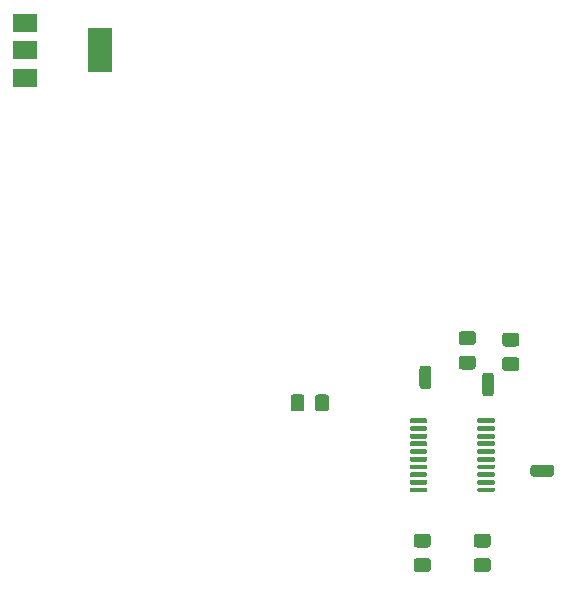
<source format=gbr>
%TF.GenerationSoftware,KiCad,Pcbnew,5.1.8-5.1.8*%
%TF.CreationDate,2021-07-28T16:27:41+08:00*%
%TF.ProjectId,fluxgate,666c7578-6761-4746-952e-6b696361645f,rev?*%
%TF.SameCoordinates,Original*%
%TF.FileFunction,Paste,Bot*%
%TF.FilePolarity,Positive*%
%FSLAX46Y46*%
G04 Gerber Fmt 4.6, Leading zero omitted, Abs format (unit mm)*
G04 Created by KiCad (PCBNEW 5.1.8-5.1.8) date 2021-07-28 16:27:41*
%MOMM*%
%LPD*%
G01*
G04 APERTURE LIST*
%ADD10R,2.000000X1.500000*%
%ADD11R,2.000000X3.800000*%
G04 APERTURE END LIST*
%TO.C,J12*%
G36*
G01*
X132700000Y-94450000D02*
X132700000Y-92950000D01*
G75*
G02*
X132950000Y-92700000I250000J0D01*
G01*
X133450000Y-92700000D01*
G75*
G02*
X133700000Y-92950000I0J-250000D01*
G01*
X133700000Y-94450000D01*
G75*
G02*
X133450000Y-94700000I-250000J0D01*
G01*
X132950000Y-94700000D01*
G75*
G02*
X132700000Y-94450000I0J250000D01*
G01*
G37*
%TD*%
%TO.C,J10*%
G36*
G01*
X138550000Y-101500000D02*
X137050000Y-101500000D01*
G75*
G02*
X136800000Y-101250000I0J250000D01*
G01*
X136800000Y-100750000D01*
G75*
G02*
X137050000Y-100500000I250000J0D01*
G01*
X138550000Y-100500000D01*
G75*
G02*
X138800000Y-100750000I0J-250000D01*
G01*
X138800000Y-101250000D01*
G75*
G02*
X138550000Y-101500000I-250000J0D01*
G01*
G37*
%TD*%
%TO.C,J9*%
G36*
G01*
X127400000Y-93850000D02*
X127400000Y-92350000D01*
G75*
G02*
X127650000Y-92100000I250000J0D01*
G01*
X128150000Y-92100000D01*
G75*
G02*
X128400000Y-92350000I0J-250000D01*
G01*
X128400000Y-93850000D01*
G75*
G02*
X128150000Y-94100000I-250000J0D01*
G01*
X127650000Y-94100000D01*
G75*
G02*
X127400000Y-93850000I0J250000D01*
G01*
G37*
%TD*%
D10*
%TO.C,U6*%
X94030000Y-67705000D03*
X94030000Y-63105000D03*
X94030000Y-65405000D03*
D11*
X100330000Y-65405000D03*
%TD*%
%TO.C,U5*%
G36*
G01*
X132300000Y-102720000D02*
X132300000Y-102520000D01*
G75*
G02*
X132400000Y-102420000I100000J0D01*
G01*
X133675000Y-102420000D01*
G75*
G02*
X133775000Y-102520000I0J-100000D01*
G01*
X133775000Y-102720000D01*
G75*
G02*
X133675000Y-102820000I-100000J0D01*
G01*
X132400000Y-102820000D01*
G75*
G02*
X132300000Y-102720000I0J100000D01*
G01*
G37*
G36*
G01*
X132300000Y-102070000D02*
X132300000Y-101870000D01*
G75*
G02*
X132400000Y-101770000I100000J0D01*
G01*
X133675000Y-101770000D01*
G75*
G02*
X133775000Y-101870000I0J-100000D01*
G01*
X133775000Y-102070000D01*
G75*
G02*
X133675000Y-102170000I-100000J0D01*
G01*
X132400000Y-102170000D01*
G75*
G02*
X132300000Y-102070000I0J100000D01*
G01*
G37*
G36*
G01*
X132300000Y-101420000D02*
X132300000Y-101220000D01*
G75*
G02*
X132400000Y-101120000I100000J0D01*
G01*
X133675000Y-101120000D01*
G75*
G02*
X133775000Y-101220000I0J-100000D01*
G01*
X133775000Y-101420000D01*
G75*
G02*
X133675000Y-101520000I-100000J0D01*
G01*
X132400000Y-101520000D01*
G75*
G02*
X132300000Y-101420000I0J100000D01*
G01*
G37*
G36*
G01*
X132300000Y-100770000D02*
X132300000Y-100570000D01*
G75*
G02*
X132400000Y-100470000I100000J0D01*
G01*
X133675000Y-100470000D01*
G75*
G02*
X133775000Y-100570000I0J-100000D01*
G01*
X133775000Y-100770000D01*
G75*
G02*
X133675000Y-100870000I-100000J0D01*
G01*
X132400000Y-100870000D01*
G75*
G02*
X132300000Y-100770000I0J100000D01*
G01*
G37*
G36*
G01*
X132300000Y-100120000D02*
X132300000Y-99920000D01*
G75*
G02*
X132400000Y-99820000I100000J0D01*
G01*
X133675000Y-99820000D01*
G75*
G02*
X133775000Y-99920000I0J-100000D01*
G01*
X133775000Y-100120000D01*
G75*
G02*
X133675000Y-100220000I-100000J0D01*
G01*
X132400000Y-100220000D01*
G75*
G02*
X132300000Y-100120000I0J100000D01*
G01*
G37*
G36*
G01*
X132300000Y-99470000D02*
X132300000Y-99270000D01*
G75*
G02*
X132400000Y-99170000I100000J0D01*
G01*
X133675000Y-99170000D01*
G75*
G02*
X133775000Y-99270000I0J-100000D01*
G01*
X133775000Y-99470000D01*
G75*
G02*
X133675000Y-99570000I-100000J0D01*
G01*
X132400000Y-99570000D01*
G75*
G02*
X132300000Y-99470000I0J100000D01*
G01*
G37*
G36*
G01*
X132300000Y-98820000D02*
X132300000Y-98620000D01*
G75*
G02*
X132400000Y-98520000I100000J0D01*
G01*
X133675000Y-98520000D01*
G75*
G02*
X133775000Y-98620000I0J-100000D01*
G01*
X133775000Y-98820000D01*
G75*
G02*
X133675000Y-98920000I-100000J0D01*
G01*
X132400000Y-98920000D01*
G75*
G02*
X132300000Y-98820000I0J100000D01*
G01*
G37*
G36*
G01*
X132300000Y-98170000D02*
X132300000Y-97970000D01*
G75*
G02*
X132400000Y-97870000I100000J0D01*
G01*
X133675000Y-97870000D01*
G75*
G02*
X133775000Y-97970000I0J-100000D01*
G01*
X133775000Y-98170000D01*
G75*
G02*
X133675000Y-98270000I-100000J0D01*
G01*
X132400000Y-98270000D01*
G75*
G02*
X132300000Y-98170000I0J100000D01*
G01*
G37*
G36*
G01*
X132300000Y-97520000D02*
X132300000Y-97320000D01*
G75*
G02*
X132400000Y-97220000I100000J0D01*
G01*
X133675000Y-97220000D01*
G75*
G02*
X133775000Y-97320000I0J-100000D01*
G01*
X133775000Y-97520000D01*
G75*
G02*
X133675000Y-97620000I-100000J0D01*
G01*
X132400000Y-97620000D01*
G75*
G02*
X132300000Y-97520000I0J100000D01*
G01*
G37*
G36*
G01*
X132300000Y-96870000D02*
X132300000Y-96670000D01*
G75*
G02*
X132400000Y-96570000I100000J0D01*
G01*
X133675000Y-96570000D01*
G75*
G02*
X133775000Y-96670000I0J-100000D01*
G01*
X133775000Y-96870000D01*
G75*
G02*
X133675000Y-96970000I-100000J0D01*
G01*
X132400000Y-96970000D01*
G75*
G02*
X132300000Y-96870000I0J100000D01*
G01*
G37*
G36*
G01*
X126575000Y-96870000D02*
X126575000Y-96670000D01*
G75*
G02*
X126675000Y-96570000I100000J0D01*
G01*
X127950000Y-96570000D01*
G75*
G02*
X128050000Y-96670000I0J-100000D01*
G01*
X128050000Y-96870000D01*
G75*
G02*
X127950000Y-96970000I-100000J0D01*
G01*
X126675000Y-96970000D01*
G75*
G02*
X126575000Y-96870000I0J100000D01*
G01*
G37*
G36*
G01*
X126575000Y-97520000D02*
X126575000Y-97320000D01*
G75*
G02*
X126675000Y-97220000I100000J0D01*
G01*
X127950000Y-97220000D01*
G75*
G02*
X128050000Y-97320000I0J-100000D01*
G01*
X128050000Y-97520000D01*
G75*
G02*
X127950000Y-97620000I-100000J0D01*
G01*
X126675000Y-97620000D01*
G75*
G02*
X126575000Y-97520000I0J100000D01*
G01*
G37*
G36*
G01*
X126575000Y-98170000D02*
X126575000Y-97970000D01*
G75*
G02*
X126675000Y-97870000I100000J0D01*
G01*
X127950000Y-97870000D01*
G75*
G02*
X128050000Y-97970000I0J-100000D01*
G01*
X128050000Y-98170000D01*
G75*
G02*
X127950000Y-98270000I-100000J0D01*
G01*
X126675000Y-98270000D01*
G75*
G02*
X126575000Y-98170000I0J100000D01*
G01*
G37*
G36*
G01*
X126575000Y-98820000D02*
X126575000Y-98620000D01*
G75*
G02*
X126675000Y-98520000I100000J0D01*
G01*
X127950000Y-98520000D01*
G75*
G02*
X128050000Y-98620000I0J-100000D01*
G01*
X128050000Y-98820000D01*
G75*
G02*
X127950000Y-98920000I-100000J0D01*
G01*
X126675000Y-98920000D01*
G75*
G02*
X126575000Y-98820000I0J100000D01*
G01*
G37*
G36*
G01*
X126575000Y-99470000D02*
X126575000Y-99270000D01*
G75*
G02*
X126675000Y-99170000I100000J0D01*
G01*
X127950000Y-99170000D01*
G75*
G02*
X128050000Y-99270000I0J-100000D01*
G01*
X128050000Y-99470000D01*
G75*
G02*
X127950000Y-99570000I-100000J0D01*
G01*
X126675000Y-99570000D01*
G75*
G02*
X126575000Y-99470000I0J100000D01*
G01*
G37*
G36*
G01*
X126575000Y-100120000D02*
X126575000Y-99920000D01*
G75*
G02*
X126675000Y-99820000I100000J0D01*
G01*
X127950000Y-99820000D01*
G75*
G02*
X128050000Y-99920000I0J-100000D01*
G01*
X128050000Y-100120000D01*
G75*
G02*
X127950000Y-100220000I-100000J0D01*
G01*
X126675000Y-100220000D01*
G75*
G02*
X126575000Y-100120000I0J100000D01*
G01*
G37*
G36*
G01*
X126575000Y-100770000D02*
X126575000Y-100570000D01*
G75*
G02*
X126675000Y-100470000I100000J0D01*
G01*
X127950000Y-100470000D01*
G75*
G02*
X128050000Y-100570000I0J-100000D01*
G01*
X128050000Y-100770000D01*
G75*
G02*
X127950000Y-100870000I-100000J0D01*
G01*
X126675000Y-100870000D01*
G75*
G02*
X126575000Y-100770000I0J100000D01*
G01*
G37*
G36*
G01*
X126575000Y-101420000D02*
X126575000Y-101220000D01*
G75*
G02*
X126675000Y-101120000I100000J0D01*
G01*
X127950000Y-101120000D01*
G75*
G02*
X128050000Y-101220000I0J-100000D01*
G01*
X128050000Y-101420000D01*
G75*
G02*
X127950000Y-101520000I-100000J0D01*
G01*
X126675000Y-101520000D01*
G75*
G02*
X126575000Y-101420000I0J100000D01*
G01*
G37*
G36*
G01*
X126575000Y-102070000D02*
X126575000Y-101870000D01*
G75*
G02*
X126675000Y-101770000I100000J0D01*
G01*
X127950000Y-101770000D01*
G75*
G02*
X128050000Y-101870000I0J-100000D01*
G01*
X128050000Y-102070000D01*
G75*
G02*
X127950000Y-102170000I-100000J0D01*
G01*
X126675000Y-102170000D01*
G75*
G02*
X126575000Y-102070000I0J100000D01*
G01*
G37*
G36*
G01*
X126575000Y-102720000D02*
X126575000Y-102520000D01*
G75*
G02*
X126675000Y-102420000I100000J0D01*
G01*
X127950000Y-102420000D01*
G75*
G02*
X128050000Y-102520000I0J-100000D01*
G01*
X128050000Y-102720000D01*
G75*
G02*
X127950000Y-102820000I-100000J0D01*
G01*
X126675000Y-102820000D01*
G75*
G02*
X126575000Y-102720000I0J100000D01*
G01*
G37*
%TD*%
%TO.C,C19*%
G36*
G01*
X130970000Y-91255000D02*
X131920000Y-91255000D01*
G75*
G02*
X132170000Y-91505000I0J-250000D01*
G01*
X132170000Y-92180000D01*
G75*
G02*
X131920000Y-92430000I-250000J0D01*
G01*
X130970000Y-92430000D01*
G75*
G02*
X130720000Y-92180000I0J250000D01*
G01*
X130720000Y-91505000D01*
G75*
G02*
X130970000Y-91255000I250000J0D01*
G01*
G37*
G36*
G01*
X130970000Y-89180000D02*
X131920000Y-89180000D01*
G75*
G02*
X132170000Y-89430000I0J-250000D01*
G01*
X132170000Y-90105000D01*
G75*
G02*
X131920000Y-90355000I-250000J0D01*
G01*
X130970000Y-90355000D01*
G75*
G02*
X130720000Y-90105000I0J250000D01*
G01*
X130720000Y-89430000D01*
G75*
G02*
X130970000Y-89180000I250000J0D01*
G01*
G37*
%TD*%
%TO.C,C18*%
G36*
G01*
X117660000Y-94775000D02*
X117660000Y-95725000D01*
G75*
G02*
X117410000Y-95975000I-250000J0D01*
G01*
X116735000Y-95975000D01*
G75*
G02*
X116485000Y-95725000I0J250000D01*
G01*
X116485000Y-94775000D01*
G75*
G02*
X116735000Y-94525000I250000J0D01*
G01*
X117410000Y-94525000D01*
G75*
G02*
X117660000Y-94775000I0J-250000D01*
G01*
G37*
G36*
G01*
X119735000Y-94775000D02*
X119735000Y-95725000D01*
G75*
G02*
X119485000Y-95975000I-250000J0D01*
G01*
X118810000Y-95975000D01*
G75*
G02*
X118560000Y-95725000I0J250000D01*
G01*
X118560000Y-94775000D01*
G75*
G02*
X118810000Y-94525000I250000J0D01*
G01*
X119485000Y-94525000D01*
G75*
G02*
X119735000Y-94775000I0J-250000D01*
G01*
G37*
%TD*%
%TO.C,C15*%
G36*
G01*
X133190000Y-107500000D02*
X132240000Y-107500000D01*
G75*
G02*
X131990000Y-107250000I0J250000D01*
G01*
X131990000Y-106575000D01*
G75*
G02*
X132240000Y-106325000I250000J0D01*
G01*
X133190000Y-106325000D01*
G75*
G02*
X133440000Y-106575000I0J-250000D01*
G01*
X133440000Y-107250000D01*
G75*
G02*
X133190000Y-107500000I-250000J0D01*
G01*
G37*
G36*
G01*
X133190000Y-109575000D02*
X132240000Y-109575000D01*
G75*
G02*
X131990000Y-109325000I0J250000D01*
G01*
X131990000Y-108650000D01*
G75*
G02*
X132240000Y-108400000I250000J0D01*
G01*
X133190000Y-108400000D01*
G75*
G02*
X133440000Y-108650000I0J-250000D01*
G01*
X133440000Y-109325000D01*
G75*
G02*
X133190000Y-109575000I-250000J0D01*
G01*
G37*
%TD*%
%TO.C,C14*%
G36*
G01*
X127160000Y-108400000D02*
X128110000Y-108400000D01*
G75*
G02*
X128360000Y-108650000I0J-250000D01*
G01*
X128360000Y-109325000D01*
G75*
G02*
X128110000Y-109575000I-250000J0D01*
G01*
X127160000Y-109575000D01*
G75*
G02*
X126910000Y-109325000I0J250000D01*
G01*
X126910000Y-108650000D01*
G75*
G02*
X127160000Y-108400000I250000J0D01*
G01*
G37*
G36*
G01*
X127160000Y-106325000D02*
X128110000Y-106325000D01*
G75*
G02*
X128360000Y-106575000I0J-250000D01*
G01*
X128360000Y-107250000D01*
G75*
G02*
X128110000Y-107500000I-250000J0D01*
G01*
X127160000Y-107500000D01*
G75*
G02*
X126910000Y-107250000I0J250000D01*
G01*
X126910000Y-106575000D01*
G75*
G02*
X127160000Y-106325000I250000J0D01*
G01*
G37*
%TD*%
%TO.C,C9*%
G36*
G01*
X134653000Y-91382000D02*
X135603000Y-91382000D01*
G75*
G02*
X135853000Y-91632000I0J-250000D01*
G01*
X135853000Y-92307000D01*
G75*
G02*
X135603000Y-92557000I-250000J0D01*
G01*
X134653000Y-92557000D01*
G75*
G02*
X134403000Y-92307000I0J250000D01*
G01*
X134403000Y-91632000D01*
G75*
G02*
X134653000Y-91382000I250000J0D01*
G01*
G37*
G36*
G01*
X134653000Y-89307000D02*
X135603000Y-89307000D01*
G75*
G02*
X135853000Y-89557000I0J-250000D01*
G01*
X135853000Y-90232000D01*
G75*
G02*
X135603000Y-90482000I-250000J0D01*
G01*
X134653000Y-90482000D01*
G75*
G02*
X134403000Y-90232000I0J250000D01*
G01*
X134403000Y-89557000D01*
G75*
G02*
X134653000Y-89307000I250000J0D01*
G01*
G37*
%TD*%
M02*

</source>
